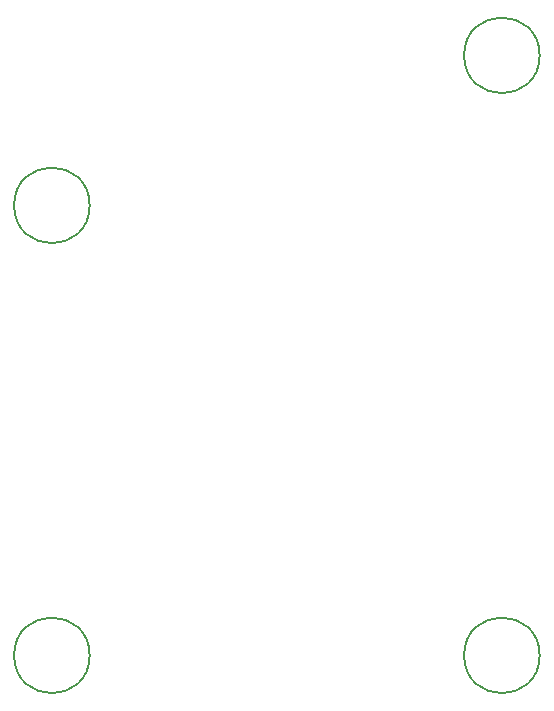
<source format=gbr>
%TF.GenerationSoftware,KiCad,Pcbnew,8.0.5*%
%TF.CreationDate,2025-06-27T14:54:40-05:00*%
%TF.ProjectId,ULACIT 2025,554c4143-4954-4203-9230-32352e6b6963,rev?*%
%TF.SameCoordinates,Original*%
%TF.FileFunction,Other,Comment*%
%FSLAX46Y46*%
G04 Gerber Fmt 4.6, Leading zero omitted, Abs format (unit mm)*
G04 Created by KiCad (PCBNEW 8.0.5) date 2025-06-27 14:54:40*
%MOMM*%
%LPD*%
G01*
G04 APERTURE LIST*
%ADD10C,0.150000*%
G04 APERTURE END LIST*
D10*
%TO.C,REF\u002A\u002A*%
X36220000Y-40640000D02*
G75*
G02*
X29820000Y-40640000I-3200000J0D01*
G01*
X29820000Y-40640000D02*
G75*
G02*
X36220000Y-40640000I3200000J0D01*
G01*
X36220000Y-78740000D02*
G75*
G02*
X29820000Y-78740000I-3200000J0D01*
G01*
X29820000Y-78740000D02*
G75*
G02*
X36220000Y-78740000I3200000J0D01*
G01*
X74320000Y-78740000D02*
G75*
G02*
X67920000Y-78740000I-3200000J0D01*
G01*
X67920000Y-78740000D02*
G75*
G02*
X74320000Y-78740000I3200000J0D01*
G01*
X74320000Y-27940000D02*
G75*
G02*
X67920000Y-27940000I-3200000J0D01*
G01*
X67920000Y-27940000D02*
G75*
G02*
X74320000Y-27940000I3200000J0D01*
G01*
%TD*%
M02*

</source>
